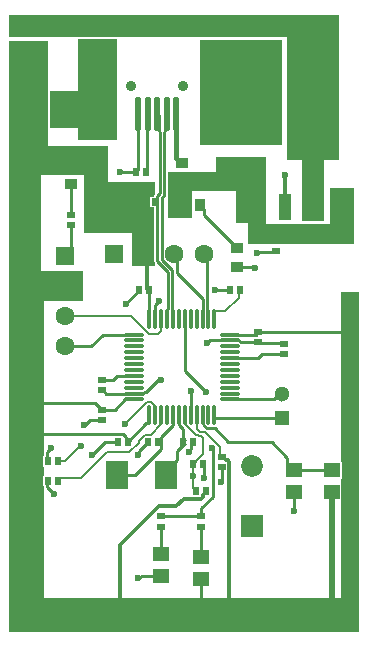
<source format=gtl>
G04*
G04 #@! TF.GenerationSoftware,Altium Limited,Altium Designer,20.1.14 (287)*
G04*
G04 Layer_Physical_Order=1*
G04 Layer_Color=255*
%FSLAX25Y25*%
%MOIN*%
G70*
G04*
G04 #@! TF.SameCoordinates,4531C12C-93FC-4365-9EE7-7E3AE0C659AD*
G04*
G04*
G04 #@! TF.FilePolarity,Positive*
G04*
G01*
G75*
%ADD10C,0.00787*%
%ADD11C,0.01575*%
%ADD12C,0.01181*%
%ADD13C,0.00984*%
%ADD14C,0.01968*%
%ADD19R,0.02559X0.02362*%
%ADD20R,0.02362X0.02559*%
%ADD21R,0.05787X0.04567*%
%ADD22O,0.07087X0.01102*%
%ADD23O,0.01102X0.07087*%
G04:AMPARAMS|DCode=24|XSize=137.8mil|YSize=80.71mil|CornerRadius=20.18mil|HoleSize=0mil|Usage=FLASHONLY|Rotation=90.000|XOffset=0mil|YOffset=0mil|HoleType=Round|Shape=RoundedRectangle|*
%AMROUNDEDRECTD24*
21,1,0.13780,0.04035,0,0,90.0*
21,1,0.09744,0.08071,0,0,90.0*
1,1,0.04035,0.02018,0.04872*
1,1,0.04035,0.02018,-0.04872*
1,1,0.04035,-0.02018,-0.04872*
1,1,0.04035,-0.02018,0.04872*
%
%ADD24ROUNDEDRECTD24*%
G04:AMPARAMS|DCode=25|XSize=157.48mil|YSize=80.71mil|CornerRadius=20.18mil|HoleSize=0mil|Usage=FLASHONLY|Rotation=90.000|XOffset=0mil|YOffset=0mil|HoleType=Round|Shape=RoundedRectangle|*
%AMROUNDEDRECTD25*
21,1,0.15748,0.04035,0,0,90.0*
21,1,0.11713,0.08071,0,0,90.0*
1,1,0.04035,0.02018,0.05856*
1,1,0.04035,0.02018,-0.05856*
1,1,0.04035,-0.02018,-0.05856*
1,1,0.04035,-0.02018,0.05856*
%
%ADD25ROUNDEDRECTD25*%
G04:AMPARAMS|DCode=26|XSize=137.8mil|YSize=80.71mil|CornerRadius=20.18mil|HoleSize=0mil|Usage=FLASHONLY|Rotation=90.000|XOffset=0mil|YOffset=0mil|HoleType=Round|Shape=RoundedRectangle|*
%AMROUNDEDRECTD26*
21,1,0.13780,0.04036,0,0,90.0*
21,1,0.09744,0.08071,0,0,90.0*
1,1,0.04035,0.02018,0.04872*
1,1,0.04035,0.02018,-0.04872*
1,1,0.04035,-0.02018,-0.04872*
1,1,0.04035,-0.02018,0.04872*
%
%ADD26ROUNDEDRECTD26*%
G04:AMPARAMS|DCode=27|XSize=110.24mil|YSize=19.68mil|CornerRadius=4.92mil|HoleSize=0mil|Usage=FLASHONLY|Rotation=90.000|XOffset=0mil|YOffset=0mil|HoleType=Round|Shape=RoundedRectangle|*
%AMROUNDEDRECTD27*
21,1,0.11024,0.00984,0,0,90.0*
21,1,0.10039,0.01968,0,0,90.0*
1,1,0.00984,0.00492,0.05020*
1,1,0.00984,0.00492,-0.05020*
1,1,0.00984,-0.00492,-0.05020*
1,1,0.00984,-0.00492,0.05020*
%
%ADD27ROUNDEDRECTD27*%
%ADD28R,0.03858X0.03661*%
%ADD29R,0.03661X0.03858*%
%ADD30R,0.07480X0.09449*%
%ADD31R,0.07087X0.04449*%
%ADD32R,0.04449X0.07087*%
%ADD33R,0.07087X0.10236*%
%ADD34R,0.03937X0.08661*%
%ADD35R,0.13780X0.08661*%
%ADD53C,0.05118*%
%ADD54R,0.05118X0.05118*%
%ADD58R,0.05118X0.05118*%
%ADD63C,0.00709*%
%ADD64C,0.00500*%
%ADD65C,0.03543*%
%ADD66C,0.06299*%
%ADD67R,0.06299X0.06299*%
%ADD68R,0.07284X0.07284*%
%ADD69C,0.07284*%
%ADD70R,0.06299X0.06299*%
%ADD71C,0.02362*%
G36*
X37000Y164500D02*
X24000D01*
Y168500D01*
X14500D01*
Y181000D01*
X24000D01*
Y198459D01*
X37000D01*
Y164500D01*
D02*
G37*
G36*
X92000Y198000D02*
X92000Y163000D01*
X64500Y163000D01*
X64500Y198000D01*
X92000Y198000D01*
D02*
G37*
G36*
X111000Y206197D02*
X111000Y158000D01*
X106000D01*
Y137500D01*
X98500D01*
Y158000D01*
X93500D01*
X93500Y199000D01*
X803D01*
Y206197D01*
X111000Y206197D01*
D02*
G37*
G36*
X86500Y136500D02*
X108000D01*
Y148500D01*
X116000D01*
Y130000D01*
X80500D01*
Y137000D01*
X76500D01*
Y147500D01*
X62000Y147500D01*
Y138500D01*
X54000Y138500D01*
Y154000D01*
X70000D01*
Y159000D01*
X86500D01*
Y136500D01*
D02*
G37*
G36*
X14000Y181099D02*
X13959Y181000D01*
Y168500D01*
X14000Y168401D01*
Y162500D01*
X34000D01*
Y150500D01*
X49500D01*
Y146590D01*
X49439Y146499D01*
X49362Y146112D01*
Y145780D01*
X47819D01*
Y142220D01*
X49362D01*
Y124170D01*
X49439Y123783D01*
X49500Y123692D01*
Y122500D01*
X42000D01*
Y133500D01*
X26000D01*
Y153000D01*
X11500D01*
Y121000D01*
X25500D01*
Y111000D01*
X12500D01*
X12500Y59280D01*
X12146D01*
Y55721D01*
X12500D01*
Y52780D01*
X12146D01*
Y49220D01*
X12500D01*
X12500Y12000D01*
X111500D01*
Y51720D01*
X111894D01*
Y57287D01*
X111500D01*
Y114000D01*
X117697D01*
Y803D01*
X803Y803D01*
Y197500D01*
X14000D01*
Y181099D01*
D02*
G37*
D10*
X24886Y51886D02*
X33500Y60500D01*
X17961Y51886D02*
X24886D01*
X17173Y51098D02*
X17961Y51886D01*
X17173Y51000D02*
Y51098D01*
X44051Y63826D02*
Y64448D01*
X46050Y66448D02*
X48070D01*
X33500Y60500D02*
X40725D01*
X48070Y66448D02*
X51610Y69988D01*
Y73055D01*
X44051Y64448D02*
X46050Y66448D01*
X40725Y60500D02*
X44051Y63826D01*
X19500Y57500D02*
X24199Y62199D01*
X17173Y57500D02*
X19500D01*
X24699Y62199D02*
X25000Y62500D01*
X24199Y62199D02*
X24699D01*
X49642Y73055D02*
Y76122D01*
X48272Y77492D02*
X49642Y76122D01*
X46992Y77492D02*
X48272D01*
X39500Y70000D02*
X46992Y77492D01*
X62327Y52549D02*
Y56500D01*
Y48599D02*
Y52549D01*
Y48599D02*
X63327Y47598D01*
Y47500D02*
Y47598D01*
Y47402D02*
Y47500D01*
X64787Y65925D02*
X65500Y65212D01*
X64167Y65925D02*
X64787D01*
X63919Y66173D02*
X64167Y65925D01*
X63299Y66173D02*
X63919D01*
X63114Y57665D02*
X65500Y60051D01*
Y65212D01*
X59484Y69988D02*
X63299Y66173D01*
X41417Y106000D02*
X47417Y100000D01*
X50500D02*
X51594Y101094D01*
X47417Y100000D02*
X50500D01*
X51594Y104929D02*
X51610Y104945D01*
X51594Y101094D02*
Y104929D01*
X19500Y106000D02*
X41417D01*
X77500Y114154D02*
X77846Y114500D01*
X77500Y112000D02*
Y114154D01*
X73043Y107543D02*
X77500Y112000D01*
X69472Y107543D02*
X73043D01*
X69327Y107398D02*
X69472Y107543D01*
X69327Y104945D02*
Y107398D01*
X63114Y57287D02*
Y57665D01*
X62327Y56500D02*
X63114Y57287D01*
X59484Y69988D02*
Y73055D01*
D11*
X56638Y158795D02*
Y173347D01*
Y158795D02*
X58402Y157032D01*
X58500D01*
D12*
X72000Y59000D02*
X72098D01*
X71902D02*
X72000D01*
X72098D02*
X73173Y57925D01*
X73731D01*
X74370Y57286D01*
Y11870D02*
Y57286D01*
X73000Y10500D02*
X74370Y11870D01*
X66673Y47402D02*
Y47500D01*
X65598Y46327D02*
X66673Y47402D01*
X65598Y45769D02*
Y46327D01*
X64960Y45130D02*
X65598Y45769D01*
X59130Y45130D02*
X64960D01*
X56500Y42500D02*
X59130Y45130D01*
X38000Y29676D02*
X50824Y42500D01*
X56500D01*
X38000Y9500D02*
Y29676D01*
X46000Y126500D02*
X46909Y125591D01*
Y115091D02*
Y125591D01*
Y115091D02*
X47500Y114500D01*
X93000Y142433D02*
Y153000D01*
D13*
X50374Y144000D02*
Y146112D01*
X71750Y55404D02*
X72000Y55654D01*
X71750Y50750D02*
Y55404D01*
X71500Y50500D02*
X71750Y50750D01*
X28500Y59500D02*
X33000Y64000D01*
X10000Y67000D02*
X10500Y66500D01*
X39811Y64689D02*
Y65689D01*
X10500Y66500D02*
X39000D01*
X39811Y65689D01*
Y64689D02*
X40500Y64000D01*
X27931Y71327D02*
X32000D01*
X26000Y69500D02*
X26105D01*
X27931Y71327D01*
X114827Y100673D02*
X115000Y100500D01*
X84000Y100673D02*
X114827D01*
X13663Y48837D02*
Y50837D01*
Y48837D02*
X16000Y46500D01*
X13663Y57663D02*
Y60663D01*
X15000Y62000D01*
X65827Y52000D02*
X65837Y52010D01*
Y56337D01*
X65000Y39173D02*
Y41963D01*
X68846Y45810D02*
Y61654D01*
X65000Y41963D02*
X68846Y45810D01*
X51500Y39173D02*
X65000D01*
X47327Y63902D02*
Y64000D01*
X44264Y60839D02*
X47327Y63902D01*
X44264Y59764D02*
Y60839D01*
X44000Y59500D02*
X44264Y59764D01*
X83902Y100673D02*
X84000D01*
X33000Y64000D02*
X37154D01*
X68000Y62500D02*
X68846Y61654D01*
X59000Y64000D02*
Y68365D01*
X53071Y53984D02*
X56979Y57892D01*
Y60979D01*
X59213Y63213D01*
X59638D01*
X57538Y69826D02*
X59000Y68365D01*
X59577Y64787D02*
X59638D01*
X57538Y69826D02*
Y73032D01*
X65815Y69424D02*
X66719Y68520D01*
X65815Y69424D02*
Y69606D01*
X65390Y70031D02*
X65815Y69606D01*
X65390Y70031D02*
Y73055D01*
X66719Y68520D02*
X69480D01*
X74000Y64000D01*
X69327Y72180D02*
Y73055D01*
Y72180D02*
X69381Y72126D01*
X92000D01*
X74000Y64000D02*
X88423D01*
X59484Y87516D02*
X66500Y80500D01*
X59484Y87516D02*
Y104945D01*
X61453Y73055D02*
X61500Y73102D01*
Y81000D01*
X45365Y19492D02*
X51500D01*
X44373Y18500D02*
X45365Y19492D01*
X44000Y18500D02*
X44373D01*
X51500Y26500D02*
Y35827D01*
X51500Y26500D02*
X51500Y26500D01*
X65000Y25504D02*
Y35827D01*
Y10000D02*
Y18496D01*
X65000Y10000D02*
X65000Y10000D01*
X85278Y93327D02*
X92500D01*
X83904Y91953D02*
X85278Y93327D01*
X74445Y91953D02*
X83904D01*
X84000Y97327D02*
X84327Y97000D01*
X92173D01*
X92500Y96673D01*
X67881Y97881D02*
X77446D01*
X78000Y97327D02*
X84000D01*
X77446Y97881D02*
X78000Y97327D01*
X74445Y99827D02*
X83055D01*
X83902Y100673D01*
X49642Y104945D02*
Y109642D01*
X51000Y111000D01*
X28321Y96000D02*
X32148Y99827D01*
X42555D01*
X19500Y96000D02*
X28321D01*
X46619Y70218D02*
X47619D01*
X47673Y70272D02*
Y73055D01*
X47619Y70218D02*
X47673Y70272D01*
X40500Y64098D02*
X46619Y70218D01*
X13663Y50837D02*
X13827Y51000D01*
X13663Y57663D02*
X13827Y57500D01*
X40500Y64000D02*
Y64098D01*
X32000Y74673D02*
X36063D01*
X39563Y78173D01*
X42555D01*
X31902Y74673D02*
X32000D01*
X29575Y77000D02*
X31902Y74673D01*
X7000Y77000D02*
X29575D01*
X44153Y114402D02*
Y114500D01*
X40000Y110248D02*
X44153Y114402D01*
X40000Y110000D02*
Y110248D01*
X47500Y114500D02*
X47673Y114327D01*
Y104945D02*
Y114327D01*
X21500Y128000D02*
Y136327D01*
X19500Y126000D02*
X21500Y128000D01*
Y149969D02*
X21500Y149969D01*
X21500Y139673D02*
Y149969D01*
X65673Y56500D02*
X65837Y56337D01*
X61658Y63311D02*
X62347Y64000D01*
X61658Y61684D02*
Y63311D01*
X60847Y60873D02*
X61658Y61684D01*
X60847Y60500D02*
Y60873D01*
X96000Y41000D02*
Y47496D01*
Y54504D02*
X108500D01*
X95390D02*
X96000D01*
X93598Y56295D02*
X95390Y54504D01*
X93598Y56295D02*
Y58825D01*
X88423Y64000D02*
X93598Y58825D01*
X69500Y114500D02*
X74500D01*
X57516Y73055D02*
X57538Y73032D01*
X46154Y144000D02*
X46327Y144173D01*
X89437Y127264D02*
X90000Y127827D01*
X83764Y127264D02*
X89437D01*
X83500Y127000D02*
X83764Y127264D01*
X77000Y122468D02*
X82159D01*
X82627Y122000D01*
X83000D01*
X64531Y143000D02*
X65870Y141661D01*
Y139563D02*
Y141661D01*
Y139563D02*
X76902Y128532D01*
X77000D01*
X92945Y142378D02*
X93000Y142433D01*
X38000Y154000D02*
X43327D01*
X38000Y154000D02*
X38000Y154000D01*
X44039Y154811D02*
Y173347D01*
X43327Y154098D02*
X44039Y154811D01*
X43327Y154000D02*
Y154098D01*
X46931Y173089D02*
X47189Y173347D01*
X46931Y154258D02*
Y173089D01*
X46673Y154000D02*
X46931Y154258D01*
X33283Y80142D02*
X42555D01*
X32098Y81327D02*
X33283Y80142D01*
X32000Y81327D02*
X32098D01*
X32000Y84673D02*
X35472D01*
X36846Y86047D01*
X42555D01*
X51500Y61577D02*
Y65802D01*
X50500Y84500D02*
X51500D01*
X45579Y80142D02*
X46004Y80567D01*
X46567D02*
X50500Y84500D01*
X67000Y97000D02*
X67881Y97881D01*
X46004Y80567D02*
X46567D01*
X42555Y80142D02*
X45579D01*
X55525Y73032D02*
X55547Y73055D01*
X51500Y65802D02*
X55525Y69826D01*
Y73032D01*
X50923Y61000D02*
X51500Y61577D01*
X50839Y61000D02*
X50923D01*
X50831Y167708D02*
X51171Y167368D01*
Y146909D02*
Y167368D01*
X50374Y124170D02*
Y144000D01*
Y146112D02*
X51171Y146909D01*
X52656Y146295D02*
Y167368D01*
X51858Y145498D02*
X52656Y146295D01*
X51858Y124784D02*
Y145498D01*
X56789Y120421D02*
X65390Y111820D01*
X56789Y120421D02*
Y125711D01*
X56000Y126500D02*
X56789Y125711D01*
X65390Y104945D02*
Y111820D01*
X66000Y126500D02*
X66933Y125567D01*
Y108394D02*
Y125567D01*
Y108394D02*
X67358Y107969D01*
Y104945D02*
Y107969D01*
X53579Y104945D02*
Y107969D01*
X55305Y108211D02*
Y121338D01*
X50339Y173347D02*
X50831Y172854D01*
X51858Y124784D02*
X55305Y121338D01*
X52996Y172854D02*
X53488Y173347D01*
X53821Y108211D02*
Y120723D01*
X50374Y124170D02*
X53821Y120723D01*
X50831Y167708D02*
Y172854D01*
X55547Y104945D02*
Y107969D01*
X55305Y108211D02*
X55547Y107969D01*
X53579D02*
X53821Y108211D01*
X52656Y167368D02*
X52996Y167708D01*
Y172854D01*
X74445Y78173D02*
X89055D01*
X90881Y80000D01*
X92000D01*
X36929Y53000D02*
X42839D01*
X50839Y61000D01*
D14*
X108500Y8000D02*
Y47496D01*
D19*
X84000Y97327D02*
D03*
Y100673D02*
D03*
X92500Y96673D02*
D03*
Y93327D02*
D03*
X32000Y71327D02*
D03*
Y74673D02*
D03*
X51500Y39173D02*
D03*
Y35827D02*
D03*
X65000Y39173D02*
D03*
Y35827D02*
D03*
X90000Y127827D02*
D03*
Y131173D02*
D03*
X21500Y136327D02*
D03*
Y139673D02*
D03*
X72000Y55654D02*
D03*
Y59000D02*
D03*
X32000Y81327D02*
D03*
Y84673D02*
D03*
D20*
X44153Y114500D02*
D03*
X47500D02*
D03*
X37154Y64000D02*
D03*
X40500D02*
D03*
X77846Y114500D02*
D03*
X74500D02*
D03*
X13827Y57500D02*
D03*
X17173D02*
D03*
X13827Y51000D02*
D03*
X17173D02*
D03*
X46673Y154000D02*
D03*
X43327D02*
D03*
X50673Y64000D02*
D03*
X47327D02*
D03*
X59000Y64000D02*
D03*
X62347D02*
D03*
X63327Y47500D02*
D03*
X66673D02*
D03*
X65673Y56500D02*
D03*
X62327D02*
D03*
X49500Y144000D02*
D03*
X46154D02*
D03*
D21*
X65000Y25504D02*
D03*
Y18496D02*
D03*
X51500Y19492D02*
D03*
Y26500D02*
D03*
X108500Y47496D02*
D03*
Y54504D02*
D03*
X96000D02*
D03*
Y47496D02*
D03*
D22*
X42555Y78173D02*
D03*
Y80142D02*
D03*
Y82110D02*
D03*
Y84079D02*
D03*
Y86047D02*
D03*
Y88016D02*
D03*
Y89984D02*
D03*
Y91953D02*
D03*
Y93921D02*
D03*
Y95890D02*
D03*
Y97858D02*
D03*
Y99827D02*
D03*
X74445D02*
D03*
Y97858D02*
D03*
Y95890D02*
D03*
Y93921D02*
D03*
Y91953D02*
D03*
Y89984D02*
D03*
Y88016D02*
D03*
Y86047D02*
D03*
Y84079D02*
D03*
Y82110D02*
D03*
Y80142D02*
D03*
Y78173D02*
D03*
D23*
X47673Y104945D02*
D03*
X49642D02*
D03*
X51610D02*
D03*
X53579D02*
D03*
X55547D02*
D03*
X57516D02*
D03*
X59484D02*
D03*
X61453D02*
D03*
X63421D02*
D03*
X65390D02*
D03*
X67358D02*
D03*
X69327D02*
D03*
Y73055D02*
D03*
X67358D02*
D03*
X65390D02*
D03*
X63421D02*
D03*
X61453D02*
D03*
X59484D02*
D03*
X57516D02*
D03*
X55547D02*
D03*
X53579D02*
D03*
X51610D02*
D03*
X49642D02*
D03*
X47673D02*
D03*
D24*
X69728Y173248D02*
D03*
D25*
Y189980D02*
D03*
X30949D02*
D03*
D26*
Y173248D02*
D03*
D27*
X53488Y173347D02*
D03*
X56638D02*
D03*
X47189D02*
D03*
X44039D02*
D03*
X50339D02*
D03*
D28*
X77000Y122468D02*
D03*
Y128532D02*
D03*
X21500Y149969D02*
D03*
Y156032D02*
D03*
X58500Y157032D02*
D03*
Y150969D02*
D03*
D29*
X64531Y143000D02*
D03*
X58469D02*
D03*
D30*
X36929Y53000D02*
D03*
X53071D02*
D03*
D31*
X79750Y167142D02*
D03*
Y155409D02*
D03*
D32*
X88634Y193000D02*
D03*
X100366D02*
D03*
D33*
X88595Y179500D02*
D03*
X100406D02*
D03*
D34*
X92945Y142378D02*
D03*
X102000D02*
D03*
X111055D02*
D03*
D35*
X102000Y166000D02*
D03*
D53*
X18437Y174500D02*
D03*
X10000Y193563D02*
D03*
X92000Y80000D02*
D03*
D54*
X10563Y174500D02*
D03*
D58*
X10000Y201437D02*
D03*
X92000Y72126D02*
D03*
D63*
X63421Y68449D02*
X64697Y67173D01*
X66205D01*
X63421Y68449D02*
Y73055D01*
X71075Y59827D02*
Y62304D01*
X66205Y67173D02*
X71075Y62304D01*
Y59827D02*
X71902Y59000D01*
D64*
X53071Y53000D02*
Y53984D01*
D65*
X59000Y182500D02*
D03*
X41677D02*
D03*
D66*
X66000Y126500D02*
D03*
X56000D02*
D03*
X46000D02*
D03*
X19500Y96000D02*
D03*
Y106000D02*
D03*
Y116000D02*
D03*
D67*
X36000Y126500D02*
D03*
D68*
X82000Y36000D02*
D03*
D69*
Y56000D02*
D03*
D70*
X19500Y126000D02*
D03*
D71*
X71500Y50500D02*
D03*
X28500Y59500D02*
D03*
X25000Y62500D02*
D03*
X39500Y70000D02*
D03*
X26000Y69500D02*
D03*
X16000Y46500D02*
D03*
X15000Y62000D02*
D03*
X65827Y52000D02*
D03*
X62327Y52549D02*
D03*
X44000Y59500D02*
D03*
X68423Y62077D02*
D03*
X66500Y80500D02*
D03*
X61500Y81000D02*
D03*
X44000Y18500D02*
D03*
X51000Y111000D02*
D03*
X40000Y110000D02*
D03*
X96000Y41000D02*
D03*
X69500Y114500D02*
D03*
X60847Y60500D02*
D03*
X83500Y127000D02*
D03*
X83000Y122000D02*
D03*
X93000Y153000D02*
D03*
X38000Y154000D02*
D03*
X79000Y180000D02*
D03*
Y185500D02*
D03*
Y190500D02*
D03*
Y195500D02*
D03*
X51500Y84500D02*
D03*
X67000Y97000D02*
D03*
M02*

</source>
